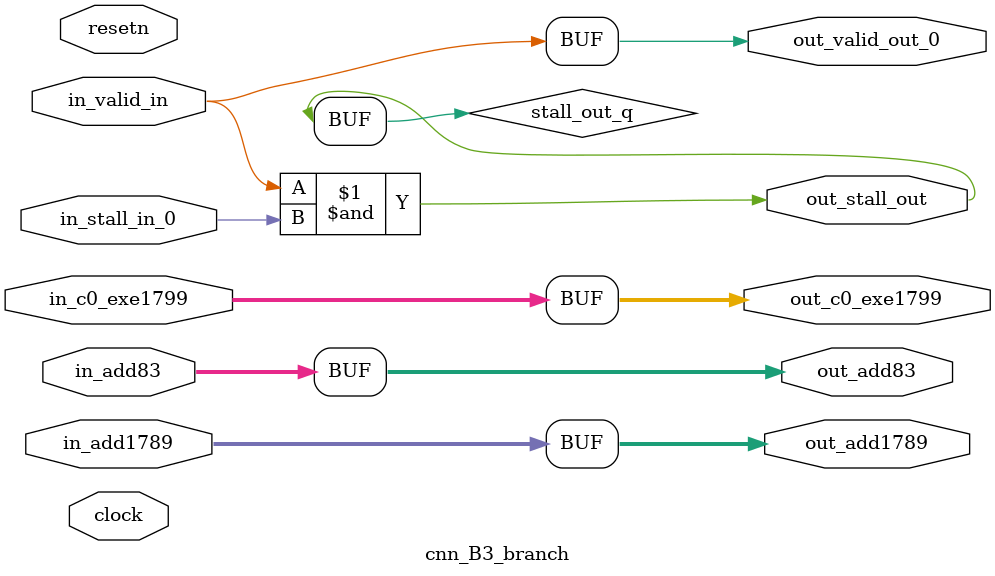
<source format=sv>



(* altera_attribute = "-name AUTO_SHIFT_REGISTER_RECOGNITION OFF; -name MESSAGE_DISABLE 10036; -name MESSAGE_DISABLE 10037; -name MESSAGE_DISABLE 14130; -name MESSAGE_DISABLE 14320; -name MESSAGE_DISABLE 15400; -name MESSAGE_DISABLE 14130; -name MESSAGE_DISABLE 10036; -name MESSAGE_DISABLE 12020; -name MESSAGE_DISABLE 12030; -name MESSAGE_DISABLE 12010; -name MESSAGE_DISABLE 12110; -name MESSAGE_DISABLE 14320; -name MESSAGE_DISABLE 13410; -name MESSAGE_DISABLE 113007; -name MESSAGE_DISABLE 10958" *)
module cnn_B3_branch (
    input wire [63:0] in_add1789,
    input wire [63:0] in_add83,
    input wire [63:0] in_c0_exe1799,
    input wire [0:0] in_stall_in_0,
    input wire [0:0] in_valid_in,
    output wire [63:0] out_add1789,
    output wire [63:0] out_add83,
    output wire [63:0] out_c0_exe1799,
    output wire [0:0] out_stall_out,
    output wire [0:0] out_valid_out_0,
    input wire clock,
    input wire resetn
    );

    wire [0:0] stall_out_q;
    reg [0:0] rst_sync_rst_sclrn;


    // out_add1789(GPOUT,7)
    assign out_add1789 = in_add1789;

    // out_add83(GPOUT,8)
    assign out_add83 = in_add83;

    // out_c0_exe1799(GPOUT,9)
    assign out_c0_exe1799 = in_c0_exe1799;

    // stall_out(LOGICAL,12)
    assign stall_out_q = in_valid_in & in_stall_in_0;

    // out_stall_out(GPOUT,10)
    assign out_stall_out = stall_out_q;

    // out_valid_out_0(GPOUT,11)
    assign out_valid_out_0 = in_valid_in;

    // rst_sync(RESETSYNC,13)
    acl_reset_handler #(
        .ASYNC_RESET(0),
        .USE_SYNCHRONIZER(1),
        .PULSE_EXTENSION(0),
        .PIPE_DEPTH(3),
        .DUPLICATE(1)
    ) therst_sync (
        .clk(clock),
        .i_resetn(resetn),
        .o_sclrn(rst_sync_rst_sclrn)
    );

endmodule

</source>
